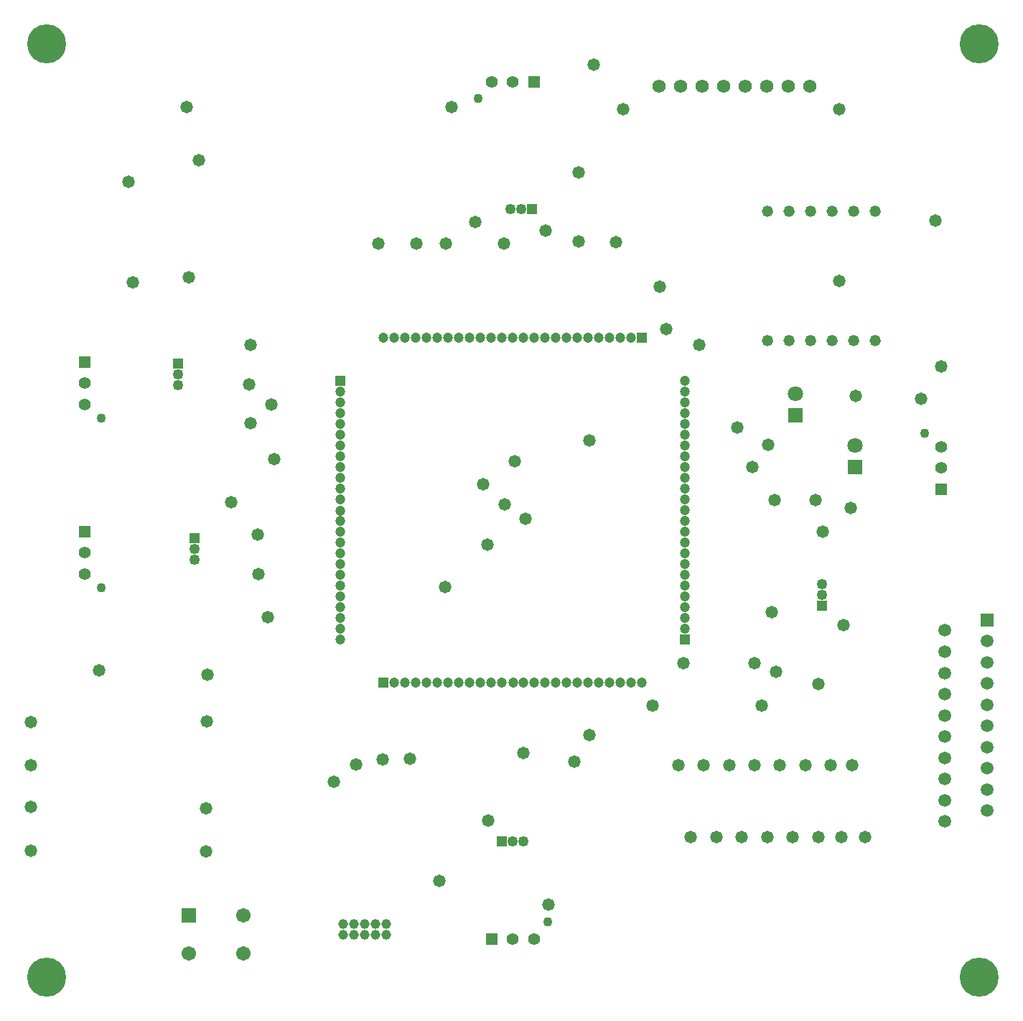
<source format=gbs>
G04*
G04 #@! TF.GenerationSoftware,Altium Limited,Altium Designer,22.9.1 (49)*
G04*
G04 Layer_Color=16711935*
%FSLAX44Y44*%
%MOMM*%
G71*
G04*
G04 #@! TF.SameCoordinates,63DD9504-EA5A-40A3-A547-44A0B6CD77F8*
G04*
G04*
G04 #@! TF.FilePolarity,Negative*
G04*
G01*
G75*
%ADD34C,1.5748*%
%ADD35C,1.1684*%
%ADD36C,1.3208*%
%ADD37C,1.2032*%
%ADD38R,1.2032X1.2032*%
%ADD39R,1.2032X1.2032*%
%ADD40R,1.7112X1.7112*%
%ADD41C,1.7112*%
%ADD42C,1.8032*%
%ADD43R,1.8032X1.8032*%
%ADD44R,1.4000X1.4000*%
%ADD45C,1.4000*%
%ADD46C,1.1000*%
%ADD47R,1.4000X1.4000*%
%ADD48R,1.5032X1.5032*%
%ADD49C,1.5032*%
%ADD50C,1.2532*%
%ADD51R,1.2532X1.2532*%
%ADD52R,1.2532X1.2532*%
%ADD53C,1.4732*%
%ADD54C,4.6032*%
D34*
X823000Y1100000D02*
D03*
X950000D02*
D03*
X924600D02*
D03*
X899200D02*
D03*
X873800D02*
D03*
X848400D02*
D03*
X797600D02*
D03*
X772200D02*
D03*
D35*
X450800Y112700D02*
D03*
Y100000D02*
D03*
X438100Y112700D02*
D03*
Y100000D02*
D03*
X425400Y112700D02*
D03*
Y100000D02*
D03*
X412700Y112700D02*
D03*
Y100000D02*
D03*
X400000Y112700D02*
D03*
Y100000D02*
D03*
D36*
X1027000Y952400D02*
D03*
X1001600D02*
D03*
X976200D02*
D03*
X950800D02*
D03*
X925400D02*
D03*
X900000D02*
D03*
X1027000Y800000D02*
D03*
X1001600D02*
D03*
X976200D02*
D03*
X950800D02*
D03*
X925400D02*
D03*
X900000D02*
D03*
D37*
X396800Y447600D02*
D03*
Y473000D02*
D03*
Y498400D02*
D03*
Y511100D02*
D03*
Y523800D02*
D03*
Y536500D02*
D03*
Y549200D02*
D03*
Y485700D02*
D03*
Y460300D02*
D03*
Y599875D02*
D03*
Y574600D02*
D03*
Y612700D02*
D03*
Y587300D02*
D03*
Y561900D02*
D03*
Y739700D02*
D03*
Y727000D02*
D03*
Y714300D02*
D03*
Y701600D02*
D03*
Y688900D02*
D03*
Y676200D02*
D03*
Y663500D02*
D03*
Y650800D02*
D03*
Y625400D02*
D03*
Y638100D02*
D03*
X803200Y739700D02*
D03*
Y688900D02*
D03*
Y625400D02*
D03*
Y561900D02*
D03*
Y549200D02*
D03*
Y536500D02*
D03*
Y523800D02*
D03*
Y511100D02*
D03*
Y612700D02*
D03*
Y600125D02*
D03*
Y587300D02*
D03*
Y574600D02*
D03*
Y650800D02*
D03*
Y714300D02*
D03*
Y701600D02*
D03*
Y752400D02*
D03*
Y460300D02*
D03*
Y473000D02*
D03*
Y676200D02*
D03*
Y663500D02*
D03*
Y485700D02*
D03*
Y498400D02*
D03*
Y638100D02*
D03*
Y727000D02*
D03*
X612700Y396800D02*
D03*
X625400D02*
D03*
X460300D02*
D03*
X473000D02*
D03*
X485700D02*
D03*
X498400D02*
D03*
X511100D02*
D03*
X523800D02*
D03*
X536500D02*
D03*
X549200D02*
D03*
X561900D02*
D03*
X574600D02*
D03*
X752400D02*
D03*
X701600D02*
D03*
X714300D02*
D03*
X727000D02*
D03*
X739700D02*
D03*
X638100D02*
D03*
X650800D02*
D03*
X663500D02*
D03*
X676200D02*
D03*
X688900D02*
D03*
X587300D02*
D03*
X600125D02*
D03*
X638100Y803200D02*
D03*
X650800D02*
D03*
X663500D02*
D03*
X676200D02*
D03*
X688900D02*
D03*
X701600D02*
D03*
X714300D02*
D03*
X727000D02*
D03*
X739700D02*
D03*
X574600D02*
D03*
X587300D02*
D03*
X599875D02*
D03*
X612700D02*
D03*
X625400D02*
D03*
X511100D02*
D03*
X523800D02*
D03*
X536500D02*
D03*
X549200D02*
D03*
X561900D02*
D03*
X447600D02*
D03*
X460300D02*
D03*
X473000D02*
D03*
X485700D02*
D03*
X498400D02*
D03*
D38*
X396800Y752400D02*
D03*
X803200Y447600D02*
D03*
D39*
X447600Y396800D02*
D03*
X752400Y803200D02*
D03*
D40*
X217500Y122500D02*
D03*
D41*
X282500D02*
D03*
X217500Y77500D02*
D03*
X282500D02*
D03*
D42*
X1003250Y676150D02*
D03*
X933250Y737200D02*
D03*
D43*
X1003250Y650750D02*
D03*
X933250Y711800D02*
D03*
D44*
X625000Y1105250D02*
D03*
X575000Y94750D02*
D03*
D45*
X600000Y1105250D02*
D03*
X575000D02*
D03*
X94750Y750000D02*
D03*
Y725000D02*
D03*
X600000Y94750D02*
D03*
X625000D02*
D03*
X1105250Y650000D02*
D03*
Y675000D02*
D03*
X94750Y550000D02*
D03*
Y525000D02*
D03*
D46*
X559000Y1085250D02*
D03*
X114750Y709000D02*
D03*
X641000Y114750D02*
D03*
X1085250Y691000D02*
D03*
X114750Y509000D02*
D03*
D47*
X94750Y775000D02*
D03*
X1105250Y625000D02*
D03*
X94750Y575000D02*
D03*
D48*
X1159000Y471000D02*
D03*
D49*
X1109000Y458500D02*
D03*
X1159000Y446000D02*
D03*
X1109000Y433500D02*
D03*
X1159000Y421000D02*
D03*
X1109000Y408500D02*
D03*
X1159000Y396000D02*
D03*
X1109000Y383500D02*
D03*
X1159000Y371000D02*
D03*
X1109000Y358500D02*
D03*
X1159000Y346000D02*
D03*
X1109000Y333500D02*
D03*
X1159000Y321000D02*
D03*
X1109000Y308500D02*
D03*
X1159000Y296000D02*
D03*
X1109000Y283500D02*
D03*
X1159000Y271000D02*
D03*
X1109000Y258500D02*
D03*
X1159000Y246000D02*
D03*
X1109000Y233500D02*
D03*
D50*
X597300Y955000D02*
D03*
X610000D02*
D03*
X205000Y747300D02*
D03*
Y760000D02*
D03*
X612700Y210000D02*
D03*
X600000D02*
D03*
X965000Y512700D02*
D03*
Y500000D02*
D03*
X225000Y542300D02*
D03*
Y555000D02*
D03*
D51*
X622700Y955000D02*
D03*
X587300Y210000D02*
D03*
D52*
X205000Y772700D02*
D03*
X965000Y487300D02*
D03*
X225000Y567700D02*
D03*
D53*
X985000Y1072500D02*
D03*
X865000Y697500D02*
D03*
X239000Y351750D02*
D03*
X230000Y1012500D02*
D03*
X267500Y610000D02*
D03*
X215000Y1075000D02*
D03*
X527500D02*
D03*
X590000Y607500D02*
D03*
X690000Y682500D02*
D03*
X820000Y795000D02*
D03*
X690000Y335000D02*
D03*
X765000Y370000D02*
D03*
X960000Y395000D02*
D03*
X910000Y410000D02*
D03*
X905000Y480000D02*
D03*
X990000Y465000D02*
D03*
X1105000Y770000D02*
D03*
X695000Y1125000D02*
D03*
X315000Y725000D02*
D03*
X615000Y590000D02*
D03*
X520000Y510000D02*
D03*
X570000Y560000D02*
D03*
X152000Y868500D02*
D03*
X147000Y987000D02*
D03*
X730250Y1073000D02*
D03*
X893500Y370250D02*
D03*
X602250Y658000D02*
D03*
X565250Y630750D02*
D03*
X1098250Y941250D02*
D03*
X781000Y813500D02*
D03*
X318250Y660000D02*
D03*
X985000Y870500D02*
D03*
X1081750Y731250D02*
D03*
X239750Y406250D02*
D03*
X112250Y411500D02*
D03*
X571250Y234750D02*
D03*
X513000Y163500D02*
D03*
X446500Y306750D02*
D03*
X388750Y280250D02*
D03*
X672750Y304000D02*
D03*
X677750Y998250D02*
D03*
X217750Y875000D02*
D03*
X441250Y914250D02*
D03*
X638250Y929500D02*
D03*
X773500Y863500D02*
D03*
X801500Y420250D02*
D03*
X885250Y419750D02*
D03*
X1004000Y734750D02*
D03*
X641750Y135250D02*
D03*
X415500Y301000D02*
D03*
X238000Y198250D02*
D03*
X237750Y248750D02*
D03*
X31250Y199250D02*
D03*
Y250250D02*
D03*
Y300000D02*
D03*
X31500Y350500D02*
D03*
X882500Y650750D02*
D03*
X612750Y314000D02*
D03*
X478750Y307750D02*
D03*
X486500Y914250D02*
D03*
X520750Y914500D02*
D03*
X555750Y940000D02*
D03*
X589750Y914250D02*
D03*
X677500Y917000D02*
D03*
X721250Y916500D02*
D03*
X311250Y474500D02*
D03*
X300250Y525000D02*
D03*
X299500Y571250D02*
D03*
X290750Y702750D02*
D03*
X288750Y748500D02*
D03*
X291000Y795250D02*
D03*
X901500Y677250D02*
D03*
X998250Y603000D02*
D03*
X965250Y575250D02*
D03*
X908500Y612500D02*
D03*
X957000Y612000D02*
D03*
X1015000Y215000D02*
D03*
X987500D02*
D03*
X960000D02*
D03*
X930000D02*
D03*
X900000D02*
D03*
X870000D02*
D03*
X840000D02*
D03*
X810000D02*
D03*
X1000000Y300000D02*
D03*
X975000D02*
D03*
X945000D02*
D03*
X915000D02*
D03*
X885000D02*
D03*
X855000D02*
D03*
X825000D02*
D03*
X795000D02*
D03*
D54*
X1150000Y50000D02*
D03*
Y1150000D02*
D03*
X50000D02*
D03*
Y50000D02*
D03*
M02*

</source>
